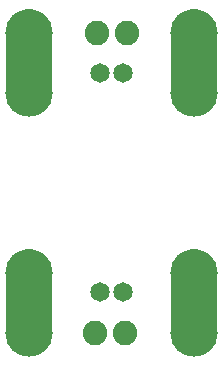
<source format=gbr>
G04 EAGLE Gerber RS-274X export*
G75*
%MOMM*%
%FSLAX34Y34*%
%LPD*%
%INSoldermask Bottom*%
%IPPOS*%
%AMOC8*
5,1,8,0,0,1.08239X$1,22.5*%
G01*
%ADD10C,1.651000*%
%ADD11C,4.013200*%
%ADD12C,2.082800*%

G36*
X179415Y208988D02*
X179415Y208988D01*
X179478Y208989D01*
X182581Y209507D01*
X182621Y209522D01*
X182682Y209533D01*
X185658Y210555D01*
X185696Y210576D01*
X185754Y210597D01*
X188521Y212094D01*
X188555Y212121D01*
X188609Y212151D01*
X191092Y214084D01*
X191120Y214116D01*
X191169Y214155D01*
X193300Y216470D01*
X193323Y216506D01*
X193364Y216552D01*
X195085Y219186D01*
X195102Y219226D01*
X195135Y219278D01*
X196399Y222160D01*
X196409Y222202D01*
X196433Y222259D01*
X197205Y225309D01*
X197208Y225347D01*
X197218Y225378D01*
X197218Y225392D01*
X197222Y225412D01*
X197482Y228548D01*
X197480Y228571D01*
X197484Y228600D01*
X197484Y279400D01*
X197480Y279423D01*
X197482Y279452D01*
X197222Y282588D01*
X197211Y282629D01*
X197206Y282678D01*
X197206Y282684D01*
X197206Y282686D01*
X197205Y282691D01*
X196433Y285741D01*
X196415Y285780D01*
X196399Y285840D01*
X195135Y288722D01*
X195111Y288757D01*
X195085Y288814D01*
X193364Y291448D01*
X193335Y291479D01*
X193300Y291530D01*
X191169Y293845D01*
X191135Y293871D01*
X191092Y293916D01*
X188609Y295849D01*
X188571Y295868D01*
X188521Y295906D01*
X185754Y297403D01*
X185713Y297417D01*
X185658Y297445D01*
X182682Y298467D01*
X182640Y298473D01*
X182581Y298493D01*
X179478Y299011D01*
X179435Y299010D01*
X179373Y299019D01*
X176227Y299019D01*
X176185Y299012D01*
X176122Y299011D01*
X173019Y298493D01*
X172979Y298478D01*
X172918Y298467D01*
X169942Y297445D01*
X169904Y297425D01*
X169846Y297403D01*
X167079Y295906D01*
X167045Y295879D01*
X166991Y295849D01*
X164508Y293916D01*
X164480Y293884D01*
X164431Y293845D01*
X162300Y291530D01*
X162277Y291494D01*
X162236Y291448D01*
X160515Y288814D01*
X160498Y288774D01*
X160465Y288722D01*
X159201Y285840D01*
X159191Y285798D01*
X159167Y285741D01*
X158395Y282691D01*
X158393Y282665D01*
X158387Y282648D01*
X158388Y282630D01*
X158378Y282588D01*
X158118Y279452D01*
X158120Y279429D01*
X158116Y279400D01*
X158116Y228600D01*
X158120Y228577D01*
X158118Y228548D01*
X158378Y225412D01*
X158388Y225375D01*
X158389Y225341D01*
X158393Y225330D01*
X158395Y225309D01*
X159167Y222259D01*
X159185Y222220D01*
X159201Y222160D01*
X160465Y219278D01*
X160489Y219243D01*
X160515Y219186D01*
X162236Y216552D01*
X162265Y216521D01*
X162300Y216470D01*
X164431Y214155D01*
X164465Y214129D01*
X164508Y214084D01*
X166991Y212151D01*
X167029Y212132D01*
X167079Y212094D01*
X169846Y210597D01*
X169887Y210583D01*
X169942Y210555D01*
X172918Y209533D01*
X172960Y209527D01*
X173019Y209507D01*
X176122Y208989D01*
X176165Y208990D01*
X176227Y208981D01*
X179373Y208981D01*
X179415Y208988D01*
G37*
G36*
X39715Y208988D02*
X39715Y208988D01*
X39778Y208989D01*
X42881Y209507D01*
X42921Y209522D01*
X42982Y209533D01*
X45958Y210555D01*
X45996Y210576D01*
X46054Y210597D01*
X48821Y212094D01*
X48855Y212121D01*
X48909Y212151D01*
X51392Y214084D01*
X51420Y214116D01*
X51469Y214155D01*
X53600Y216470D01*
X53623Y216506D01*
X53664Y216552D01*
X55385Y219186D01*
X55402Y219226D01*
X55435Y219278D01*
X56699Y222160D01*
X56709Y222202D01*
X56733Y222259D01*
X57505Y225309D01*
X57508Y225347D01*
X57518Y225378D01*
X57518Y225392D01*
X57522Y225412D01*
X57782Y228548D01*
X57780Y228571D01*
X57784Y228600D01*
X57784Y279400D01*
X57780Y279423D01*
X57782Y279452D01*
X57522Y282588D01*
X57511Y282629D01*
X57506Y282678D01*
X57506Y282684D01*
X57506Y282686D01*
X57505Y282691D01*
X56733Y285741D01*
X56715Y285780D01*
X56699Y285840D01*
X55435Y288722D01*
X55411Y288757D01*
X55385Y288814D01*
X53664Y291448D01*
X53635Y291479D01*
X53600Y291530D01*
X51469Y293845D01*
X51435Y293871D01*
X51392Y293916D01*
X48909Y295849D01*
X48871Y295868D01*
X48821Y295906D01*
X46054Y297403D01*
X46013Y297417D01*
X45958Y297445D01*
X42982Y298467D01*
X42940Y298473D01*
X42881Y298493D01*
X39778Y299011D01*
X39735Y299010D01*
X39673Y299019D01*
X36527Y299019D01*
X36485Y299012D01*
X36422Y299011D01*
X33319Y298493D01*
X33279Y298478D01*
X33218Y298467D01*
X30242Y297445D01*
X30204Y297425D01*
X30146Y297403D01*
X27379Y295906D01*
X27345Y295879D01*
X27291Y295849D01*
X24808Y293916D01*
X24780Y293884D01*
X24731Y293845D01*
X22600Y291530D01*
X22577Y291494D01*
X22536Y291448D01*
X20815Y288814D01*
X20798Y288774D01*
X20765Y288722D01*
X19501Y285840D01*
X19491Y285798D01*
X19467Y285741D01*
X18695Y282691D01*
X18693Y282665D01*
X18687Y282648D01*
X18688Y282630D01*
X18678Y282588D01*
X18418Y279452D01*
X18420Y279429D01*
X18416Y279400D01*
X18416Y228600D01*
X18420Y228577D01*
X18418Y228548D01*
X18678Y225412D01*
X18688Y225375D01*
X18689Y225341D01*
X18693Y225330D01*
X18695Y225309D01*
X19467Y222259D01*
X19485Y222220D01*
X19501Y222160D01*
X20765Y219278D01*
X20789Y219243D01*
X20815Y219186D01*
X22536Y216552D01*
X22565Y216521D01*
X22600Y216470D01*
X24731Y214155D01*
X24765Y214129D01*
X24808Y214084D01*
X27291Y212151D01*
X27329Y212132D01*
X27379Y212094D01*
X30146Y210597D01*
X30187Y210583D01*
X30242Y210555D01*
X33218Y209533D01*
X33260Y209527D01*
X33319Y209507D01*
X36422Y208989D01*
X36465Y208990D01*
X36527Y208981D01*
X39673Y208981D01*
X39715Y208988D01*
G37*
G36*
X39715Y5788D02*
X39715Y5788D01*
X39778Y5789D01*
X42881Y6307D01*
X42921Y6322D01*
X42982Y6333D01*
X45958Y7355D01*
X45996Y7376D01*
X46054Y7397D01*
X48821Y8894D01*
X48855Y8921D01*
X48909Y8951D01*
X51392Y10884D01*
X51420Y10916D01*
X51469Y10955D01*
X53600Y13270D01*
X53623Y13306D01*
X53664Y13352D01*
X55385Y15986D01*
X55402Y16026D01*
X55435Y16078D01*
X56699Y18960D01*
X56709Y19002D01*
X56733Y19059D01*
X57505Y22109D01*
X57508Y22147D01*
X57518Y22178D01*
X57518Y22192D01*
X57522Y22212D01*
X57782Y25348D01*
X57780Y25371D01*
X57784Y25400D01*
X57784Y76200D01*
X57780Y76223D01*
X57782Y76252D01*
X57522Y79388D01*
X57511Y79429D01*
X57506Y79478D01*
X57506Y79484D01*
X57506Y79486D01*
X57505Y79491D01*
X56733Y82541D01*
X56715Y82580D01*
X56699Y82640D01*
X55435Y85522D01*
X55411Y85557D01*
X55385Y85614D01*
X53664Y88248D01*
X53635Y88279D01*
X53600Y88330D01*
X51469Y90645D01*
X51435Y90671D01*
X51392Y90716D01*
X48909Y92649D01*
X48871Y92668D01*
X48821Y92706D01*
X46054Y94203D01*
X46013Y94217D01*
X45958Y94245D01*
X42982Y95267D01*
X42940Y95273D01*
X42881Y95293D01*
X39778Y95811D01*
X39735Y95810D01*
X39673Y95819D01*
X36527Y95819D01*
X36485Y95812D01*
X36422Y95811D01*
X33319Y95293D01*
X33279Y95278D01*
X33218Y95267D01*
X30242Y94245D01*
X30204Y94225D01*
X30146Y94203D01*
X27379Y92706D01*
X27345Y92679D01*
X27291Y92649D01*
X24808Y90716D01*
X24780Y90684D01*
X24731Y90645D01*
X22600Y88330D01*
X22577Y88294D01*
X22536Y88248D01*
X20815Y85614D01*
X20798Y85574D01*
X20765Y85522D01*
X19501Y82640D01*
X19491Y82598D01*
X19467Y82541D01*
X18695Y79491D01*
X18693Y79465D01*
X18687Y79448D01*
X18688Y79430D01*
X18678Y79388D01*
X18418Y76252D01*
X18420Y76229D01*
X18416Y76200D01*
X18416Y25400D01*
X18420Y25377D01*
X18418Y25348D01*
X18678Y22212D01*
X18688Y22175D01*
X18689Y22141D01*
X18693Y22130D01*
X18695Y22109D01*
X19467Y19059D01*
X19485Y19020D01*
X19501Y18960D01*
X20765Y16078D01*
X20789Y16043D01*
X20815Y15986D01*
X22536Y13352D01*
X22565Y13321D01*
X22600Y13270D01*
X24731Y10955D01*
X24765Y10929D01*
X24808Y10884D01*
X27291Y8951D01*
X27329Y8932D01*
X27379Y8894D01*
X30146Y7397D01*
X30187Y7383D01*
X30242Y7355D01*
X33218Y6333D01*
X33260Y6327D01*
X33319Y6307D01*
X36422Y5789D01*
X36465Y5790D01*
X36527Y5781D01*
X39673Y5781D01*
X39715Y5788D01*
G37*
G36*
X179415Y5788D02*
X179415Y5788D01*
X179478Y5789D01*
X182581Y6307D01*
X182621Y6322D01*
X182682Y6333D01*
X185658Y7355D01*
X185696Y7376D01*
X185754Y7397D01*
X188521Y8894D01*
X188555Y8921D01*
X188609Y8951D01*
X191092Y10884D01*
X191120Y10916D01*
X191169Y10955D01*
X193300Y13270D01*
X193323Y13306D01*
X193364Y13352D01*
X195085Y15986D01*
X195102Y16026D01*
X195135Y16078D01*
X196399Y18960D01*
X196409Y19002D01*
X196433Y19059D01*
X197205Y22109D01*
X197208Y22147D01*
X197218Y22178D01*
X197218Y22192D01*
X197222Y22212D01*
X197482Y25348D01*
X197480Y25371D01*
X197484Y25400D01*
X197484Y76200D01*
X197480Y76223D01*
X197482Y76252D01*
X197222Y79388D01*
X197211Y79429D01*
X197206Y79478D01*
X197206Y79484D01*
X197206Y79486D01*
X197205Y79491D01*
X196433Y82541D01*
X196415Y82580D01*
X196399Y82640D01*
X195135Y85522D01*
X195111Y85557D01*
X195085Y85614D01*
X193364Y88248D01*
X193335Y88279D01*
X193300Y88330D01*
X191169Y90645D01*
X191135Y90671D01*
X191092Y90716D01*
X188609Y92649D01*
X188571Y92668D01*
X188521Y92706D01*
X185754Y94203D01*
X185713Y94217D01*
X185658Y94245D01*
X182682Y95267D01*
X182640Y95273D01*
X182581Y95293D01*
X179478Y95811D01*
X179435Y95810D01*
X179373Y95819D01*
X176227Y95819D01*
X176185Y95812D01*
X176122Y95811D01*
X173019Y95293D01*
X172979Y95278D01*
X172918Y95267D01*
X169942Y94245D01*
X169904Y94225D01*
X169846Y94203D01*
X167079Y92706D01*
X167045Y92679D01*
X166991Y92649D01*
X164508Y90716D01*
X164480Y90684D01*
X164431Y90645D01*
X162300Y88330D01*
X162277Y88294D01*
X162236Y88248D01*
X160515Y85614D01*
X160498Y85574D01*
X160465Y85522D01*
X159201Y82640D01*
X159191Y82598D01*
X159167Y82541D01*
X158395Y79491D01*
X158393Y79465D01*
X158387Y79448D01*
X158388Y79430D01*
X158378Y79388D01*
X158118Y76252D01*
X158120Y76229D01*
X158116Y76200D01*
X158116Y25400D01*
X158120Y25377D01*
X158118Y25348D01*
X158378Y22212D01*
X158388Y22175D01*
X158389Y22141D01*
X158393Y22130D01*
X158395Y22109D01*
X159167Y19059D01*
X159185Y19020D01*
X159201Y18960D01*
X160465Y16078D01*
X160489Y16043D01*
X160515Y15986D01*
X162236Y13352D01*
X162265Y13321D01*
X162300Y13270D01*
X164431Y10955D01*
X164465Y10929D01*
X164508Y10884D01*
X166991Y8951D01*
X167029Y8932D01*
X167079Y8894D01*
X169846Y7397D01*
X169887Y7383D01*
X169942Y7355D01*
X172918Y6333D01*
X172960Y6327D01*
X173019Y6307D01*
X176122Y5789D01*
X176165Y5790D01*
X176227Y5781D01*
X179373Y5781D01*
X179415Y5788D01*
G37*
D10*
X97950Y245110D03*
X117950Y245110D03*
D11*
X38100Y279400D03*
X38100Y228600D03*
D10*
X117950Y59690D03*
X97950Y59690D03*
D11*
X177800Y228600D03*
X177800Y279400D03*
X177800Y25400D03*
X177800Y76200D03*
X38100Y76200D03*
X38100Y25400D03*
D12*
X93980Y25400D03*
X119380Y25400D03*
X120650Y279400D03*
X95250Y279400D03*
M02*

</source>
